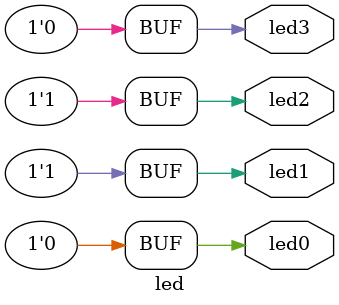
<source format=v>
module  led(
       
	   output  wire   led0  ,
       output  wire   led1  ,
       output  wire   led2  ,
       output  wire   led3  


);
//赋值关键字assign
assign   led0 = 0  ;//点亮led0
assign   led1 = 1  ;//熄灭led1
assign   led2 = 1  ;//熄灭led2
assign   led3 = 0  ;//点亮led3


endmodule

</source>
